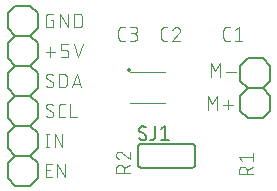
<source format=gbr>
G04 EAGLE Gerber RS-274X export*
G75*
%MOMM*%
%FSLAX34Y34*%
%LPD*%
%INSilkscreen Top*%
%IPPOS*%
%AMOC8*
5,1,8,0,0,1.08239X$1,22.5*%
G01*
%ADD10C,0.101600*%
%ADD11C,0.152400*%
%ADD12C,0.127000*%
%ADD13C,0.100000*%


D10*
X53312Y150509D02*
X55259Y150509D01*
X55259Y144018D01*
X51364Y144018D01*
X51265Y144020D01*
X51165Y144026D01*
X51066Y144035D01*
X50968Y144048D01*
X50870Y144065D01*
X50772Y144086D01*
X50676Y144111D01*
X50581Y144139D01*
X50487Y144171D01*
X50394Y144206D01*
X50302Y144245D01*
X50212Y144288D01*
X50124Y144333D01*
X50037Y144383D01*
X49953Y144435D01*
X49870Y144491D01*
X49790Y144549D01*
X49712Y144611D01*
X49637Y144676D01*
X49564Y144744D01*
X49494Y144814D01*
X49426Y144887D01*
X49361Y144962D01*
X49299Y145040D01*
X49241Y145120D01*
X49185Y145203D01*
X49133Y145287D01*
X49083Y145374D01*
X49038Y145462D01*
X48995Y145552D01*
X48956Y145644D01*
X48921Y145737D01*
X48889Y145831D01*
X48861Y145926D01*
X48836Y146022D01*
X48815Y146120D01*
X48798Y146218D01*
X48785Y146316D01*
X48776Y146415D01*
X48770Y146515D01*
X48768Y146614D01*
X48768Y153106D01*
X48770Y153205D01*
X48776Y153305D01*
X48785Y153404D01*
X48798Y153502D01*
X48815Y153600D01*
X48836Y153698D01*
X48861Y153794D01*
X48889Y153889D01*
X48921Y153983D01*
X48956Y154076D01*
X48995Y154168D01*
X49038Y154258D01*
X49083Y154346D01*
X49133Y154433D01*
X49185Y154517D01*
X49241Y154600D01*
X49299Y154680D01*
X49361Y154758D01*
X49426Y154833D01*
X49494Y154906D01*
X49564Y154976D01*
X49637Y155044D01*
X49712Y155109D01*
X49790Y155171D01*
X49870Y155229D01*
X49953Y155285D01*
X50037Y155337D01*
X50124Y155387D01*
X50212Y155432D01*
X50302Y155475D01*
X50394Y155514D01*
X50486Y155549D01*
X50581Y155581D01*
X50676Y155609D01*
X50772Y155634D01*
X50870Y155655D01*
X50968Y155672D01*
X51066Y155685D01*
X51165Y155694D01*
X51265Y155700D01*
X51364Y155702D01*
X55259Y155702D01*
X60960Y155702D02*
X60960Y144018D01*
X67451Y144018D02*
X60960Y155702D01*
X67451Y155702D02*
X67451Y144018D01*
X73152Y144018D02*
X73152Y155702D01*
X76397Y155702D01*
X76510Y155700D01*
X76623Y155694D01*
X76736Y155684D01*
X76849Y155670D01*
X76961Y155653D01*
X77072Y155631D01*
X77182Y155606D01*
X77292Y155576D01*
X77400Y155543D01*
X77507Y155506D01*
X77613Y155466D01*
X77717Y155421D01*
X77820Y155373D01*
X77921Y155322D01*
X78020Y155267D01*
X78117Y155209D01*
X78212Y155147D01*
X78305Y155082D01*
X78395Y155014D01*
X78483Y154943D01*
X78569Y154868D01*
X78652Y154791D01*
X78732Y154711D01*
X78809Y154628D01*
X78884Y154542D01*
X78955Y154454D01*
X79023Y154364D01*
X79088Y154271D01*
X79150Y154176D01*
X79208Y154079D01*
X79263Y153980D01*
X79314Y153879D01*
X79362Y153776D01*
X79407Y153672D01*
X79447Y153566D01*
X79484Y153459D01*
X79517Y153351D01*
X79547Y153241D01*
X79572Y153131D01*
X79594Y153020D01*
X79611Y152908D01*
X79625Y152795D01*
X79635Y152682D01*
X79641Y152569D01*
X79643Y152456D01*
X79643Y147264D01*
X79644Y147264D02*
X79642Y147151D01*
X79636Y147038D01*
X79626Y146925D01*
X79612Y146812D01*
X79595Y146700D01*
X79573Y146589D01*
X79548Y146479D01*
X79518Y146369D01*
X79485Y146261D01*
X79448Y146154D01*
X79408Y146048D01*
X79363Y145944D01*
X79315Y145841D01*
X79264Y145740D01*
X79209Y145641D01*
X79151Y145544D01*
X79089Y145449D01*
X79024Y145356D01*
X78956Y145266D01*
X78885Y145178D01*
X78810Y145092D01*
X78733Y145009D01*
X78653Y144929D01*
X78570Y144852D01*
X78484Y144777D01*
X78396Y144706D01*
X78306Y144638D01*
X78213Y144573D01*
X78118Y144511D01*
X78021Y144453D01*
X77922Y144398D01*
X77821Y144347D01*
X77718Y144299D01*
X77614Y144254D01*
X77508Y144214D01*
X77401Y144177D01*
X77293Y144144D01*
X77183Y144114D01*
X77073Y144089D01*
X76962Y144067D01*
X76850Y144050D01*
X76737Y144036D01*
X76624Y144026D01*
X76511Y144020D01*
X76398Y144018D01*
X76397Y144018D02*
X73152Y144018D01*
X56557Y123162D02*
X48768Y123162D01*
X52663Y127056D02*
X52663Y119267D01*
X61609Y118618D02*
X65504Y118618D01*
X65603Y118620D01*
X65703Y118626D01*
X65802Y118635D01*
X65900Y118648D01*
X65998Y118665D01*
X66096Y118686D01*
X66192Y118711D01*
X66287Y118739D01*
X66381Y118771D01*
X66474Y118806D01*
X66566Y118845D01*
X66656Y118888D01*
X66744Y118933D01*
X66831Y118983D01*
X66915Y119035D01*
X66998Y119091D01*
X67078Y119149D01*
X67156Y119211D01*
X67231Y119276D01*
X67304Y119344D01*
X67374Y119414D01*
X67442Y119487D01*
X67507Y119562D01*
X67569Y119640D01*
X67627Y119720D01*
X67683Y119803D01*
X67735Y119887D01*
X67785Y119974D01*
X67830Y120062D01*
X67873Y120152D01*
X67912Y120244D01*
X67947Y120337D01*
X67979Y120431D01*
X68007Y120526D01*
X68032Y120622D01*
X68053Y120720D01*
X68070Y120818D01*
X68083Y120916D01*
X68092Y121015D01*
X68098Y121115D01*
X68100Y121214D01*
X68100Y122513D01*
X68098Y122612D01*
X68092Y122712D01*
X68083Y122811D01*
X68070Y122909D01*
X68053Y123007D01*
X68032Y123105D01*
X68007Y123201D01*
X67979Y123296D01*
X67947Y123390D01*
X67912Y123483D01*
X67873Y123575D01*
X67830Y123665D01*
X67785Y123753D01*
X67735Y123840D01*
X67683Y123924D01*
X67627Y124007D01*
X67569Y124087D01*
X67507Y124165D01*
X67442Y124240D01*
X67374Y124313D01*
X67304Y124383D01*
X67231Y124451D01*
X67156Y124516D01*
X67078Y124578D01*
X66998Y124636D01*
X66915Y124692D01*
X66831Y124744D01*
X66744Y124794D01*
X66656Y124839D01*
X66566Y124882D01*
X66474Y124921D01*
X66381Y124956D01*
X66287Y124988D01*
X66192Y125016D01*
X66096Y125041D01*
X65998Y125062D01*
X65900Y125079D01*
X65802Y125092D01*
X65703Y125101D01*
X65603Y125107D01*
X65504Y125109D01*
X61609Y125109D01*
X61609Y130302D01*
X68100Y130302D01*
X72390Y130302D02*
X76285Y118618D01*
X80179Y130302D01*
X55259Y95814D02*
X55257Y95715D01*
X55251Y95615D01*
X55242Y95516D01*
X55229Y95418D01*
X55212Y95320D01*
X55191Y95222D01*
X55166Y95126D01*
X55138Y95031D01*
X55106Y94937D01*
X55071Y94844D01*
X55032Y94752D01*
X54989Y94662D01*
X54944Y94574D01*
X54894Y94487D01*
X54842Y94403D01*
X54786Y94320D01*
X54728Y94240D01*
X54666Y94162D01*
X54601Y94087D01*
X54533Y94014D01*
X54463Y93944D01*
X54390Y93876D01*
X54315Y93811D01*
X54237Y93749D01*
X54157Y93691D01*
X54074Y93635D01*
X53990Y93583D01*
X53903Y93533D01*
X53815Y93488D01*
X53725Y93445D01*
X53633Y93406D01*
X53540Y93371D01*
X53446Y93339D01*
X53351Y93311D01*
X53255Y93286D01*
X53157Y93265D01*
X53059Y93248D01*
X52961Y93235D01*
X52862Y93226D01*
X52762Y93220D01*
X52663Y93218D01*
X52519Y93220D01*
X52374Y93226D01*
X52230Y93235D01*
X52087Y93248D01*
X51943Y93265D01*
X51800Y93286D01*
X51658Y93311D01*
X51517Y93339D01*
X51376Y93371D01*
X51236Y93407D01*
X51097Y93446D01*
X50959Y93489D01*
X50823Y93536D01*
X50687Y93586D01*
X50553Y93640D01*
X50421Y93697D01*
X50290Y93758D01*
X50161Y93822D01*
X50033Y93890D01*
X49907Y93960D01*
X49783Y94035D01*
X49662Y94112D01*
X49542Y94193D01*
X49424Y94276D01*
X49309Y94363D01*
X49196Y94453D01*
X49085Y94546D01*
X48977Y94641D01*
X48871Y94740D01*
X48768Y94841D01*
X49093Y102306D02*
X49095Y102405D01*
X49101Y102505D01*
X49110Y102604D01*
X49123Y102702D01*
X49140Y102800D01*
X49161Y102898D01*
X49186Y102994D01*
X49214Y103089D01*
X49246Y103183D01*
X49281Y103276D01*
X49320Y103368D01*
X49363Y103458D01*
X49408Y103546D01*
X49458Y103633D01*
X49510Y103717D01*
X49566Y103800D01*
X49624Y103880D01*
X49686Y103958D01*
X49751Y104033D01*
X49819Y104106D01*
X49889Y104176D01*
X49962Y104244D01*
X50037Y104309D01*
X50115Y104371D01*
X50195Y104429D01*
X50278Y104485D01*
X50362Y104537D01*
X50449Y104587D01*
X50537Y104632D01*
X50627Y104675D01*
X50719Y104714D01*
X50812Y104749D01*
X50906Y104781D01*
X51001Y104809D01*
X51098Y104834D01*
X51195Y104855D01*
X51293Y104872D01*
X51391Y104885D01*
X51490Y104894D01*
X51590Y104900D01*
X51689Y104902D01*
X51825Y104900D01*
X51961Y104894D01*
X52097Y104885D01*
X52233Y104872D01*
X52368Y104854D01*
X52502Y104834D01*
X52636Y104809D01*
X52770Y104781D01*
X52902Y104748D01*
X53033Y104713D01*
X53164Y104673D01*
X53293Y104630D01*
X53421Y104584D01*
X53547Y104533D01*
X53673Y104480D01*
X53796Y104422D01*
X53918Y104362D01*
X54038Y104298D01*
X54157Y104230D01*
X54273Y104160D01*
X54387Y104086D01*
X54500Y104009D01*
X54610Y103928D01*
X50391Y100034D02*
X50305Y100087D01*
X50221Y100144D01*
X50139Y100203D01*
X50059Y100266D01*
X49982Y100332D01*
X49907Y100400D01*
X49835Y100472D01*
X49766Y100546D01*
X49700Y100623D01*
X49637Y100702D01*
X49577Y100784D01*
X49520Y100868D01*
X49466Y100954D01*
X49416Y101042D01*
X49369Y101132D01*
X49325Y101223D01*
X49286Y101317D01*
X49249Y101411D01*
X49217Y101507D01*
X49188Y101605D01*
X49163Y101703D01*
X49142Y101802D01*
X49124Y101902D01*
X49111Y102002D01*
X49101Y102103D01*
X49095Y102205D01*
X49093Y102306D01*
X53961Y98086D02*
X54047Y98033D01*
X54131Y97976D01*
X54213Y97917D01*
X54293Y97854D01*
X54370Y97788D01*
X54445Y97720D01*
X54517Y97648D01*
X54586Y97574D01*
X54652Y97497D01*
X54715Y97418D01*
X54775Y97336D01*
X54832Y97252D01*
X54886Y97166D01*
X54936Y97078D01*
X54983Y96988D01*
X55027Y96897D01*
X55066Y96803D01*
X55103Y96709D01*
X55135Y96613D01*
X55164Y96515D01*
X55189Y96417D01*
X55210Y96318D01*
X55228Y96218D01*
X55241Y96118D01*
X55251Y96017D01*
X55257Y95915D01*
X55259Y95814D01*
X53961Y98086D02*
X50391Y100034D01*
X60198Y104902D02*
X60198Y93218D01*
X60198Y104902D02*
X63444Y104902D01*
X63557Y104900D01*
X63670Y104894D01*
X63783Y104884D01*
X63896Y104870D01*
X64008Y104853D01*
X64119Y104831D01*
X64229Y104806D01*
X64339Y104776D01*
X64447Y104743D01*
X64554Y104706D01*
X64660Y104666D01*
X64764Y104621D01*
X64867Y104573D01*
X64968Y104522D01*
X65067Y104467D01*
X65164Y104409D01*
X65259Y104347D01*
X65352Y104282D01*
X65442Y104214D01*
X65530Y104143D01*
X65616Y104068D01*
X65699Y103991D01*
X65779Y103911D01*
X65856Y103828D01*
X65931Y103742D01*
X66002Y103654D01*
X66070Y103564D01*
X66135Y103471D01*
X66197Y103376D01*
X66255Y103279D01*
X66310Y103180D01*
X66361Y103079D01*
X66409Y102976D01*
X66454Y102872D01*
X66494Y102766D01*
X66531Y102659D01*
X66564Y102551D01*
X66594Y102441D01*
X66619Y102331D01*
X66641Y102220D01*
X66658Y102108D01*
X66672Y101995D01*
X66682Y101882D01*
X66688Y101769D01*
X66690Y101656D01*
X66689Y101656D02*
X66689Y96464D01*
X66690Y96464D02*
X66688Y96351D01*
X66682Y96238D01*
X66672Y96125D01*
X66658Y96012D01*
X66641Y95900D01*
X66619Y95789D01*
X66594Y95679D01*
X66564Y95569D01*
X66531Y95461D01*
X66494Y95354D01*
X66454Y95248D01*
X66409Y95144D01*
X66361Y95041D01*
X66310Y94940D01*
X66255Y94841D01*
X66197Y94744D01*
X66135Y94649D01*
X66070Y94556D01*
X66002Y94466D01*
X65931Y94378D01*
X65856Y94292D01*
X65779Y94209D01*
X65699Y94129D01*
X65616Y94052D01*
X65530Y93977D01*
X65442Y93906D01*
X65352Y93838D01*
X65259Y93773D01*
X65164Y93711D01*
X65067Y93653D01*
X64968Y93598D01*
X64867Y93547D01*
X64764Y93499D01*
X64660Y93454D01*
X64554Y93414D01*
X64447Y93377D01*
X64339Y93344D01*
X64229Y93314D01*
X64119Y93289D01*
X64008Y93267D01*
X63896Y93250D01*
X63783Y93236D01*
X63670Y93226D01*
X63557Y93220D01*
X63444Y93218D01*
X60198Y93218D01*
X71360Y93218D02*
X75255Y104902D01*
X79149Y93218D01*
X78176Y96139D02*
X72334Y96139D01*
X55259Y70414D02*
X55257Y70315D01*
X55251Y70215D01*
X55242Y70116D01*
X55229Y70018D01*
X55212Y69920D01*
X55191Y69822D01*
X55166Y69726D01*
X55138Y69631D01*
X55106Y69537D01*
X55071Y69444D01*
X55032Y69352D01*
X54989Y69262D01*
X54944Y69174D01*
X54894Y69087D01*
X54842Y69003D01*
X54786Y68920D01*
X54728Y68840D01*
X54666Y68762D01*
X54601Y68687D01*
X54533Y68614D01*
X54463Y68544D01*
X54390Y68476D01*
X54315Y68411D01*
X54237Y68349D01*
X54157Y68291D01*
X54074Y68235D01*
X53990Y68183D01*
X53903Y68133D01*
X53815Y68088D01*
X53725Y68045D01*
X53633Y68006D01*
X53540Y67971D01*
X53446Y67939D01*
X53351Y67911D01*
X53255Y67886D01*
X53157Y67865D01*
X53059Y67848D01*
X52961Y67835D01*
X52862Y67826D01*
X52762Y67820D01*
X52663Y67818D01*
X52519Y67820D01*
X52374Y67826D01*
X52230Y67835D01*
X52087Y67848D01*
X51943Y67865D01*
X51800Y67886D01*
X51658Y67911D01*
X51517Y67939D01*
X51376Y67971D01*
X51236Y68007D01*
X51097Y68046D01*
X50959Y68089D01*
X50823Y68136D01*
X50687Y68186D01*
X50553Y68240D01*
X50421Y68297D01*
X50290Y68358D01*
X50161Y68422D01*
X50033Y68490D01*
X49907Y68560D01*
X49783Y68635D01*
X49662Y68712D01*
X49542Y68793D01*
X49424Y68876D01*
X49309Y68963D01*
X49196Y69053D01*
X49085Y69146D01*
X48977Y69241D01*
X48871Y69340D01*
X48768Y69441D01*
X49093Y76906D02*
X49095Y77005D01*
X49101Y77105D01*
X49110Y77204D01*
X49123Y77302D01*
X49140Y77400D01*
X49161Y77498D01*
X49186Y77594D01*
X49214Y77689D01*
X49246Y77783D01*
X49281Y77876D01*
X49320Y77968D01*
X49363Y78058D01*
X49408Y78146D01*
X49458Y78233D01*
X49510Y78317D01*
X49566Y78400D01*
X49624Y78480D01*
X49686Y78558D01*
X49751Y78633D01*
X49819Y78706D01*
X49889Y78776D01*
X49962Y78844D01*
X50037Y78909D01*
X50115Y78971D01*
X50195Y79029D01*
X50278Y79085D01*
X50362Y79137D01*
X50449Y79187D01*
X50537Y79232D01*
X50627Y79275D01*
X50719Y79314D01*
X50812Y79349D01*
X50906Y79381D01*
X51001Y79409D01*
X51098Y79434D01*
X51195Y79455D01*
X51293Y79472D01*
X51391Y79485D01*
X51490Y79494D01*
X51590Y79500D01*
X51689Y79502D01*
X51825Y79500D01*
X51961Y79494D01*
X52097Y79485D01*
X52233Y79472D01*
X52368Y79454D01*
X52502Y79434D01*
X52636Y79409D01*
X52770Y79381D01*
X52902Y79348D01*
X53033Y79313D01*
X53164Y79273D01*
X53293Y79230D01*
X53421Y79184D01*
X53547Y79133D01*
X53673Y79080D01*
X53796Y79022D01*
X53918Y78962D01*
X54038Y78898D01*
X54157Y78830D01*
X54273Y78760D01*
X54387Y78686D01*
X54500Y78609D01*
X54610Y78528D01*
X50391Y74634D02*
X50305Y74687D01*
X50221Y74744D01*
X50139Y74803D01*
X50059Y74866D01*
X49982Y74932D01*
X49907Y75000D01*
X49835Y75072D01*
X49766Y75146D01*
X49700Y75223D01*
X49637Y75302D01*
X49577Y75384D01*
X49520Y75468D01*
X49466Y75554D01*
X49416Y75642D01*
X49369Y75732D01*
X49325Y75823D01*
X49286Y75917D01*
X49249Y76011D01*
X49217Y76107D01*
X49188Y76205D01*
X49163Y76303D01*
X49142Y76402D01*
X49124Y76502D01*
X49111Y76602D01*
X49101Y76703D01*
X49095Y76805D01*
X49093Y76906D01*
X53961Y72686D02*
X54047Y72633D01*
X54131Y72576D01*
X54213Y72517D01*
X54293Y72454D01*
X54370Y72388D01*
X54445Y72320D01*
X54517Y72248D01*
X54586Y72174D01*
X54652Y72097D01*
X54715Y72018D01*
X54775Y71936D01*
X54832Y71852D01*
X54886Y71766D01*
X54936Y71678D01*
X54983Y71588D01*
X55027Y71497D01*
X55066Y71403D01*
X55103Y71309D01*
X55135Y71213D01*
X55164Y71115D01*
X55189Y71017D01*
X55210Y70918D01*
X55228Y70818D01*
X55241Y70718D01*
X55251Y70617D01*
X55257Y70515D01*
X55259Y70414D01*
X53961Y72686D02*
X50391Y74634D01*
X62380Y67818D02*
X64977Y67818D01*
X62380Y67818D02*
X62281Y67820D01*
X62181Y67826D01*
X62082Y67835D01*
X61984Y67848D01*
X61886Y67865D01*
X61788Y67886D01*
X61692Y67911D01*
X61597Y67939D01*
X61503Y67971D01*
X61410Y68006D01*
X61318Y68045D01*
X61228Y68088D01*
X61140Y68133D01*
X61053Y68183D01*
X60969Y68235D01*
X60886Y68291D01*
X60806Y68349D01*
X60728Y68411D01*
X60653Y68476D01*
X60580Y68544D01*
X60510Y68614D01*
X60442Y68687D01*
X60377Y68762D01*
X60315Y68840D01*
X60257Y68920D01*
X60201Y69003D01*
X60149Y69087D01*
X60099Y69174D01*
X60054Y69262D01*
X60011Y69352D01*
X59972Y69444D01*
X59937Y69537D01*
X59905Y69631D01*
X59877Y69726D01*
X59852Y69822D01*
X59831Y69920D01*
X59814Y70018D01*
X59801Y70116D01*
X59792Y70215D01*
X59786Y70315D01*
X59784Y70414D01*
X59784Y76906D01*
X59786Y77005D01*
X59792Y77105D01*
X59801Y77204D01*
X59814Y77302D01*
X59831Y77400D01*
X59852Y77498D01*
X59877Y77594D01*
X59905Y77689D01*
X59937Y77783D01*
X59972Y77876D01*
X60011Y77968D01*
X60054Y78058D01*
X60099Y78146D01*
X60149Y78233D01*
X60201Y78317D01*
X60257Y78400D01*
X60315Y78480D01*
X60377Y78558D01*
X60442Y78633D01*
X60510Y78706D01*
X60580Y78776D01*
X60653Y78844D01*
X60728Y78909D01*
X60806Y78971D01*
X60886Y79029D01*
X60969Y79085D01*
X61053Y79137D01*
X61140Y79187D01*
X61228Y79232D01*
X61318Y79275D01*
X61410Y79314D01*
X61502Y79349D01*
X61597Y79381D01*
X61692Y79409D01*
X61788Y79434D01*
X61886Y79455D01*
X61984Y79472D01*
X62082Y79485D01*
X62181Y79494D01*
X62281Y79500D01*
X62380Y79502D01*
X64977Y79502D01*
X69746Y79502D02*
X69746Y67818D01*
X74938Y67818D01*
X50066Y54102D02*
X50066Y42418D01*
X48768Y42418D02*
X51364Y42418D01*
X51364Y54102D02*
X48768Y54102D01*
X56346Y54102D02*
X56346Y42418D01*
X62837Y42418D02*
X56346Y54102D01*
X62837Y54102D02*
X62837Y42418D01*
X53961Y17018D02*
X48768Y17018D01*
X48768Y28702D01*
X53961Y28702D01*
X52663Y23509D02*
X48768Y23509D01*
X58651Y28702D02*
X58651Y17018D01*
X65143Y17018D02*
X58651Y28702D01*
X65143Y28702D02*
X65143Y17018D01*
X185928Y74168D02*
X185928Y85852D01*
X189823Y79361D01*
X193717Y85852D01*
X193717Y74168D01*
X199263Y78712D02*
X207052Y78712D01*
X203158Y82606D02*
X203158Y74817D01*
X188468Y102108D02*
X188468Y113792D01*
X192363Y107301D01*
X196257Y113792D01*
X196257Y102108D01*
X201803Y106652D02*
X209592Y106652D01*
X204536Y132588D02*
X201939Y132588D01*
X201840Y132590D01*
X201740Y132596D01*
X201641Y132605D01*
X201543Y132618D01*
X201445Y132635D01*
X201347Y132656D01*
X201251Y132681D01*
X201156Y132709D01*
X201062Y132741D01*
X200969Y132776D01*
X200877Y132815D01*
X200787Y132858D01*
X200699Y132903D01*
X200612Y132953D01*
X200528Y133005D01*
X200445Y133061D01*
X200365Y133119D01*
X200287Y133181D01*
X200212Y133246D01*
X200139Y133314D01*
X200069Y133384D01*
X200001Y133457D01*
X199936Y133532D01*
X199874Y133610D01*
X199816Y133690D01*
X199760Y133773D01*
X199708Y133857D01*
X199658Y133944D01*
X199613Y134032D01*
X199570Y134122D01*
X199531Y134214D01*
X199496Y134307D01*
X199464Y134401D01*
X199436Y134496D01*
X199411Y134592D01*
X199390Y134690D01*
X199373Y134788D01*
X199360Y134886D01*
X199351Y134985D01*
X199345Y135085D01*
X199343Y135184D01*
X199343Y141676D01*
X199345Y141775D01*
X199351Y141875D01*
X199360Y141974D01*
X199373Y142072D01*
X199390Y142170D01*
X199411Y142268D01*
X199436Y142364D01*
X199464Y142459D01*
X199496Y142553D01*
X199531Y142646D01*
X199570Y142738D01*
X199613Y142828D01*
X199658Y142916D01*
X199708Y143003D01*
X199760Y143087D01*
X199816Y143170D01*
X199874Y143250D01*
X199936Y143328D01*
X200001Y143403D01*
X200069Y143476D01*
X200139Y143546D01*
X200212Y143614D01*
X200287Y143679D01*
X200365Y143741D01*
X200445Y143799D01*
X200528Y143855D01*
X200612Y143907D01*
X200699Y143957D01*
X200787Y144002D01*
X200877Y144045D01*
X200969Y144084D01*
X201061Y144119D01*
X201156Y144151D01*
X201251Y144179D01*
X201347Y144204D01*
X201445Y144225D01*
X201543Y144242D01*
X201641Y144255D01*
X201740Y144264D01*
X201840Y144270D01*
X201939Y144272D01*
X204536Y144272D01*
X208901Y141676D02*
X212146Y144272D01*
X212146Y132588D01*
X208901Y132588D02*
X215392Y132588D01*
X151751Y132588D02*
X149154Y132588D01*
X149055Y132590D01*
X148955Y132596D01*
X148856Y132605D01*
X148758Y132618D01*
X148660Y132635D01*
X148562Y132656D01*
X148466Y132681D01*
X148371Y132709D01*
X148277Y132741D01*
X148184Y132776D01*
X148092Y132815D01*
X148002Y132858D01*
X147914Y132903D01*
X147827Y132953D01*
X147743Y133005D01*
X147660Y133061D01*
X147580Y133119D01*
X147502Y133181D01*
X147427Y133246D01*
X147354Y133314D01*
X147284Y133384D01*
X147216Y133457D01*
X147151Y133532D01*
X147089Y133610D01*
X147031Y133690D01*
X146975Y133773D01*
X146923Y133857D01*
X146873Y133944D01*
X146828Y134032D01*
X146785Y134122D01*
X146746Y134214D01*
X146711Y134307D01*
X146679Y134401D01*
X146651Y134496D01*
X146626Y134592D01*
X146605Y134690D01*
X146588Y134788D01*
X146575Y134886D01*
X146566Y134985D01*
X146560Y135085D01*
X146558Y135184D01*
X146558Y141676D01*
X146560Y141775D01*
X146566Y141875D01*
X146575Y141974D01*
X146588Y142072D01*
X146605Y142170D01*
X146626Y142268D01*
X146651Y142364D01*
X146679Y142459D01*
X146711Y142553D01*
X146746Y142646D01*
X146785Y142738D01*
X146828Y142828D01*
X146873Y142916D01*
X146923Y143003D01*
X146975Y143087D01*
X147031Y143170D01*
X147089Y143250D01*
X147151Y143328D01*
X147216Y143403D01*
X147284Y143476D01*
X147354Y143546D01*
X147427Y143614D01*
X147502Y143679D01*
X147580Y143741D01*
X147660Y143799D01*
X147743Y143855D01*
X147827Y143907D01*
X147914Y143957D01*
X148002Y144002D01*
X148092Y144045D01*
X148184Y144084D01*
X148276Y144119D01*
X148371Y144151D01*
X148466Y144179D01*
X148562Y144204D01*
X148660Y144225D01*
X148758Y144242D01*
X148856Y144255D01*
X148955Y144264D01*
X149055Y144270D01*
X149154Y144272D01*
X151751Y144272D01*
X159686Y144272D02*
X159793Y144270D01*
X159899Y144264D01*
X160005Y144254D01*
X160111Y144241D01*
X160217Y144223D01*
X160321Y144202D01*
X160425Y144177D01*
X160528Y144148D01*
X160629Y144116D01*
X160729Y144079D01*
X160828Y144039D01*
X160926Y143996D01*
X161022Y143949D01*
X161116Y143898D01*
X161208Y143844D01*
X161298Y143787D01*
X161386Y143727D01*
X161471Y143663D01*
X161554Y143596D01*
X161635Y143526D01*
X161713Y143454D01*
X161789Y143378D01*
X161861Y143300D01*
X161931Y143219D01*
X161998Y143136D01*
X162062Y143051D01*
X162122Y142963D01*
X162179Y142873D01*
X162233Y142781D01*
X162284Y142687D01*
X162331Y142591D01*
X162374Y142493D01*
X162414Y142394D01*
X162451Y142294D01*
X162483Y142193D01*
X162512Y142090D01*
X162537Y141986D01*
X162558Y141882D01*
X162576Y141776D01*
X162589Y141670D01*
X162599Y141564D01*
X162605Y141458D01*
X162607Y141351D01*
X159686Y144272D02*
X159565Y144270D01*
X159444Y144264D01*
X159324Y144254D01*
X159203Y144241D01*
X159084Y144223D01*
X158964Y144202D01*
X158846Y144177D01*
X158729Y144148D01*
X158612Y144115D01*
X158497Y144079D01*
X158383Y144038D01*
X158270Y143995D01*
X158158Y143947D01*
X158049Y143896D01*
X157941Y143841D01*
X157834Y143783D01*
X157730Y143722D01*
X157628Y143657D01*
X157528Y143589D01*
X157430Y143518D01*
X157334Y143444D01*
X157241Y143367D01*
X157151Y143286D01*
X157063Y143203D01*
X156978Y143117D01*
X156895Y143028D01*
X156816Y142937D01*
X156739Y142843D01*
X156666Y142747D01*
X156596Y142649D01*
X156529Y142548D01*
X156465Y142445D01*
X156405Y142340D01*
X156348Y142233D01*
X156294Y142125D01*
X156244Y142015D01*
X156198Y141903D01*
X156155Y141790D01*
X156116Y141675D01*
X161634Y139079D02*
X161713Y139156D01*
X161789Y139237D01*
X161862Y139320D01*
X161932Y139405D01*
X161999Y139493D01*
X162063Y139583D01*
X162123Y139675D01*
X162180Y139770D01*
X162234Y139866D01*
X162285Y139964D01*
X162332Y140064D01*
X162376Y140166D01*
X162416Y140269D01*
X162452Y140373D01*
X162484Y140479D01*
X162513Y140585D01*
X162538Y140693D01*
X162560Y140801D01*
X162577Y140911D01*
X162591Y141020D01*
X162600Y141130D01*
X162606Y141241D01*
X162608Y141351D01*
X161634Y139079D02*
X156116Y132588D01*
X162607Y132588D01*
D11*
X238760Y111760D02*
X238760Y99060D01*
X232410Y92710D01*
X219710Y92710D01*
X213360Y99060D01*
X219710Y118110D02*
X232410Y118110D01*
X238760Y111760D01*
X219710Y118110D02*
X213360Y111760D01*
X213360Y99060D01*
X232410Y92710D02*
X238760Y86360D01*
X238760Y73660D01*
X232410Y67310D01*
X219710Y67310D01*
X213360Y73660D01*
X213360Y86360D01*
X219710Y92710D01*
X16510Y92710D02*
X16510Y105410D01*
X22860Y111760D01*
X35560Y111760D01*
X41910Y105410D01*
X22860Y111760D02*
X16510Y118110D01*
X16510Y130810D01*
X22860Y137160D01*
X35560Y137160D01*
X41910Y130810D01*
X41910Y118110D01*
X35560Y111760D01*
X16510Y67310D02*
X22860Y60960D01*
X16510Y67310D02*
X16510Y80010D01*
X22860Y86360D01*
X35560Y86360D01*
X41910Y80010D01*
X41910Y67310D01*
X35560Y60960D01*
X22860Y86360D02*
X16510Y92710D01*
X35560Y86360D02*
X41910Y92710D01*
X41910Y105410D01*
X16510Y29210D02*
X16510Y16510D01*
X16510Y29210D02*
X22860Y35560D01*
X35560Y35560D01*
X41910Y29210D01*
X22860Y35560D02*
X16510Y41910D01*
X16510Y54610D01*
X22860Y60960D01*
X35560Y60960D01*
X41910Y54610D01*
X41910Y41910D01*
X35560Y35560D01*
X35560Y10160D02*
X22860Y10160D01*
X16510Y16510D01*
X35560Y10160D02*
X41910Y16510D01*
X41910Y29210D01*
X16510Y143510D02*
X16510Y156210D01*
X22860Y162560D01*
X35560Y162560D01*
X41910Y156210D01*
X22860Y137160D02*
X16510Y143510D01*
X35560Y137160D02*
X41910Y143510D01*
X41910Y156210D01*
D10*
X212598Y19745D02*
X224282Y19745D01*
X212598Y19745D02*
X212598Y22990D01*
X212600Y23103D01*
X212606Y23216D01*
X212616Y23329D01*
X212630Y23442D01*
X212647Y23554D01*
X212669Y23665D01*
X212694Y23775D01*
X212724Y23885D01*
X212757Y23993D01*
X212794Y24100D01*
X212834Y24206D01*
X212879Y24310D01*
X212927Y24413D01*
X212978Y24514D01*
X213033Y24613D01*
X213091Y24710D01*
X213153Y24805D01*
X213218Y24898D01*
X213286Y24988D01*
X213357Y25076D01*
X213432Y25162D01*
X213509Y25245D01*
X213589Y25325D01*
X213672Y25402D01*
X213758Y25477D01*
X213846Y25548D01*
X213936Y25616D01*
X214029Y25681D01*
X214124Y25743D01*
X214221Y25801D01*
X214320Y25856D01*
X214421Y25907D01*
X214524Y25955D01*
X214628Y26000D01*
X214734Y26040D01*
X214841Y26077D01*
X214949Y26110D01*
X215059Y26140D01*
X215169Y26165D01*
X215280Y26187D01*
X215392Y26204D01*
X215505Y26218D01*
X215618Y26228D01*
X215731Y26234D01*
X215844Y26236D01*
X215957Y26234D01*
X216070Y26228D01*
X216183Y26218D01*
X216296Y26204D01*
X216408Y26187D01*
X216519Y26165D01*
X216629Y26140D01*
X216739Y26110D01*
X216847Y26077D01*
X216954Y26040D01*
X217060Y26000D01*
X217164Y25955D01*
X217267Y25907D01*
X217368Y25856D01*
X217467Y25801D01*
X217564Y25743D01*
X217659Y25681D01*
X217752Y25616D01*
X217842Y25548D01*
X217930Y25477D01*
X218016Y25402D01*
X218099Y25325D01*
X218179Y25245D01*
X218256Y25162D01*
X218331Y25076D01*
X218402Y24988D01*
X218470Y24898D01*
X218535Y24805D01*
X218597Y24710D01*
X218655Y24613D01*
X218710Y24514D01*
X218761Y24413D01*
X218809Y24310D01*
X218854Y24206D01*
X218894Y24100D01*
X218931Y23993D01*
X218964Y23885D01*
X218994Y23775D01*
X219019Y23665D01*
X219041Y23554D01*
X219058Y23442D01*
X219072Y23329D01*
X219082Y23216D01*
X219088Y23103D01*
X219090Y22990D01*
X219089Y22990D02*
X219089Y19745D01*
X219089Y23639D02*
X224282Y26236D01*
X215194Y31101D02*
X212598Y34346D01*
X224282Y34346D01*
X224282Y31101D02*
X224282Y37592D01*
X120142Y21015D02*
X108458Y21015D01*
X108458Y24260D01*
X108460Y24373D01*
X108466Y24486D01*
X108476Y24599D01*
X108490Y24712D01*
X108507Y24824D01*
X108529Y24935D01*
X108554Y25045D01*
X108584Y25155D01*
X108617Y25263D01*
X108654Y25370D01*
X108694Y25476D01*
X108739Y25580D01*
X108787Y25683D01*
X108838Y25784D01*
X108893Y25883D01*
X108951Y25980D01*
X109013Y26075D01*
X109078Y26168D01*
X109146Y26258D01*
X109217Y26346D01*
X109292Y26432D01*
X109369Y26515D01*
X109449Y26595D01*
X109532Y26672D01*
X109618Y26747D01*
X109706Y26818D01*
X109796Y26886D01*
X109889Y26951D01*
X109984Y27013D01*
X110081Y27071D01*
X110180Y27126D01*
X110281Y27177D01*
X110384Y27225D01*
X110488Y27270D01*
X110594Y27310D01*
X110701Y27347D01*
X110809Y27380D01*
X110919Y27410D01*
X111029Y27435D01*
X111140Y27457D01*
X111252Y27474D01*
X111365Y27488D01*
X111478Y27498D01*
X111591Y27504D01*
X111704Y27506D01*
X111817Y27504D01*
X111930Y27498D01*
X112043Y27488D01*
X112156Y27474D01*
X112268Y27457D01*
X112379Y27435D01*
X112489Y27410D01*
X112599Y27380D01*
X112707Y27347D01*
X112814Y27310D01*
X112920Y27270D01*
X113024Y27225D01*
X113127Y27177D01*
X113228Y27126D01*
X113327Y27071D01*
X113424Y27013D01*
X113519Y26951D01*
X113612Y26886D01*
X113702Y26818D01*
X113790Y26747D01*
X113876Y26672D01*
X113959Y26595D01*
X114039Y26515D01*
X114116Y26432D01*
X114191Y26346D01*
X114262Y26258D01*
X114330Y26168D01*
X114395Y26075D01*
X114457Y25980D01*
X114515Y25883D01*
X114570Y25784D01*
X114621Y25683D01*
X114669Y25580D01*
X114714Y25476D01*
X114754Y25370D01*
X114791Y25263D01*
X114824Y25155D01*
X114854Y25045D01*
X114879Y24935D01*
X114901Y24824D01*
X114918Y24712D01*
X114932Y24599D01*
X114942Y24486D01*
X114948Y24373D01*
X114950Y24260D01*
X114949Y24260D02*
X114949Y21015D01*
X114949Y24909D02*
X120142Y27506D01*
X111379Y38862D02*
X111272Y38860D01*
X111166Y38854D01*
X111060Y38844D01*
X110954Y38831D01*
X110848Y38813D01*
X110744Y38792D01*
X110640Y38767D01*
X110537Y38738D01*
X110436Y38706D01*
X110336Y38669D01*
X110237Y38629D01*
X110139Y38586D01*
X110043Y38539D01*
X109949Y38488D01*
X109857Y38434D01*
X109767Y38377D01*
X109679Y38317D01*
X109594Y38253D01*
X109511Y38186D01*
X109430Y38116D01*
X109352Y38044D01*
X109276Y37968D01*
X109204Y37890D01*
X109134Y37809D01*
X109067Y37726D01*
X109003Y37641D01*
X108943Y37553D01*
X108886Y37463D01*
X108832Y37371D01*
X108781Y37277D01*
X108734Y37181D01*
X108691Y37083D01*
X108651Y36984D01*
X108614Y36884D01*
X108582Y36783D01*
X108553Y36680D01*
X108528Y36576D01*
X108507Y36472D01*
X108489Y36366D01*
X108476Y36260D01*
X108466Y36154D01*
X108460Y36048D01*
X108458Y35941D01*
X108460Y35820D01*
X108466Y35699D01*
X108476Y35579D01*
X108489Y35458D01*
X108507Y35339D01*
X108528Y35219D01*
X108553Y35101D01*
X108582Y34984D01*
X108615Y34867D01*
X108651Y34752D01*
X108692Y34638D01*
X108735Y34525D01*
X108783Y34413D01*
X108834Y34304D01*
X108889Y34196D01*
X108947Y34089D01*
X109008Y33985D01*
X109073Y33883D01*
X109141Y33783D01*
X109212Y33685D01*
X109286Y33589D01*
X109363Y33496D01*
X109444Y33406D01*
X109527Y33318D01*
X109613Y33233D01*
X109702Y33150D01*
X109793Y33071D01*
X109887Y32994D01*
X109983Y32921D01*
X110081Y32851D01*
X110182Y32784D01*
X110285Y32720D01*
X110390Y32660D01*
X110497Y32602D01*
X110605Y32549D01*
X110715Y32499D01*
X110827Y32453D01*
X110940Y32410D01*
X111055Y32371D01*
X113651Y37888D02*
X113573Y37967D01*
X113493Y38043D01*
X113410Y38116D01*
X113324Y38186D01*
X113237Y38253D01*
X113146Y38317D01*
X113054Y38377D01*
X112960Y38435D01*
X112863Y38489D01*
X112765Y38539D01*
X112665Y38586D01*
X112564Y38630D01*
X112461Y38670D01*
X112356Y38706D01*
X112251Y38738D01*
X112144Y38767D01*
X112037Y38792D01*
X111928Y38814D01*
X111819Y38831D01*
X111710Y38845D01*
X111600Y38854D01*
X111489Y38860D01*
X111379Y38862D01*
X113651Y37888D02*
X120142Y32371D01*
X120142Y38862D01*
D11*
X129540Y25400D02*
X172720Y25400D01*
X175260Y43180D02*
X175258Y43280D01*
X175252Y43379D01*
X175242Y43479D01*
X175229Y43577D01*
X175211Y43676D01*
X175190Y43773D01*
X175165Y43869D01*
X175136Y43965D01*
X175103Y44059D01*
X175067Y44152D01*
X175027Y44243D01*
X174983Y44333D01*
X174936Y44421D01*
X174886Y44507D01*
X174832Y44591D01*
X174775Y44673D01*
X174715Y44752D01*
X174651Y44830D01*
X174585Y44904D01*
X174516Y44976D01*
X174444Y45045D01*
X174370Y45111D01*
X174292Y45175D01*
X174213Y45235D01*
X174131Y45292D01*
X174047Y45346D01*
X173961Y45396D01*
X173873Y45443D01*
X173783Y45487D01*
X173692Y45527D01*
X173599Y45563D01*
X173505Y45596D01*
X173409Y45625D01*
X173313Y45650D01*
X173216Y45671D01*
X173117Y45689D01*
X173019Y45702D01*
X172919Y45712D01*
X172820Y45718D01*
X172720Y45720D01*
X129540Y45720D02*
X129440Y45718D01*
X129341Y45712D01*
X129241Y45702D01*
X129143Y45689D01*
X129044Y45671D01*
X128947Y45650D01*
X128851Y45625D01*
X128755Y45596D01*
X128661Y45563D01*
X128568Y45527D01*
X128477Y45487D01*
X128387Y45443D01*
X128299Y45396D01*
X128213Y45346D01*
X128129Y45292D01*
X128047Y45235D01*
X127968Y45175D01*
X127890Y45111D01*
X127816Y45045D01*
X127744Y44976D01*
X127675Y44904D01*
X127609Y44830D01*
X127545Y44752D01*
X127485Y44673D01*
X127428Y44591D01*
X127374Y44507D01*
X127324Y44421D01*
X127277Y44333D01*
X127233Y44243D01*
X127193Y44152D01*
X127157Y44059D01*
X127124Y43965D01*
X127095Y43869D01*
X127070Y43773D01*
X127049Y43676D01*
X127031Y43577D01*
X127018Y43479D01*
X127008Y43379D01*
X127002Y43280D01*
X127000Y43180D01*
X127000Y27940D02*
X127002Y27840D01*
X127008Y27741D01*
X127018Y27641D01*
X127031Y27543D01*
X127049Y27444D01*
X127070Y27347D01*
X127095Y27251D01*
X127124Y27155D01*
X127157Y27061D01*
X127193Y26968D01*
X127233Y26877D01*
X127277Y26787D01*
X127324Y26699D01*
X127374Y26613D01*
X127428Y26529D01*
X127485Y26447D01*
X127545Y26368D01*
X127609Y26290D01*
X127675Y26216D01*
X127744Y26144D01*
X127816Y26075D01*
X127890Y26009D01*
X127968Y25945D01*
X128047Y25885D01*
X128129Y25828D01*
X128213Y25774D01*
X128299Y25724D01*
X128387Y25677D01*
X128477Y25633D01*
X128568Y25593D01*
X128661Y25557D01*
X128755Y25524D01*
X128851Y25495D01*
X128947Y25470D01*
X129044Y25449D01*
X129143Y25431D01*
X129241Y25418D01*
X129341Y25408D01*
X129440Y25402D01*
X129540Y25400D01*
X172720Y25400D02*
X172820Y25402D01*
X172919Y25408D01*
X173019Y25418D01*
X173117Y25431D01*
X173216Y25449D01*
X173313Y25470D01*
X173409Y25495D01*
X173505Y25524D01*
X173599Y25557D01*
X173692Y25593D01*
X173783Y25633D01*
X173873Y25677D01*
X173961Y25724D01*
X174047Y25774D01*
X174131Y25828D01*
X174213Y25885D01*
X174292Y25945D01*
X174370Y26009D01*
X174444Y26075D01*
X174516Y26144D01*
X174585Y26216D01*
X174651Y26290D01*
X174715Y26368D01*
X174775Y26447D01*
X174832Y26529D01*
X174886Y26613D01*
X174936Y26699D01*
X174983Y26787D01*
X175027Y26877D01*
X175067Y26968D01*
X175103Y27061D01*
X175136Y27155D01*
X175165Y27251D01*
X175190Y27347D01*
X175211Y27444D01*
X175229Y27543D01*
X175242Y27641D01*
X175252Y27741D01*
X175258Y27840D01*
X175260Y27940D01*
X175260Y43180D01*
X127000Y43180D02*
X127000Y27940D01*
X129540Y45720D02*
X172720Y45720D01*
D12*
X133985Y51435D02*
X133983Y51335D01*
X133977Y51236D01*
X133967Y51136D01*
X133954Y51038D01*
X133936Y50939D01*
X133915Y50842D01*
X133890Y50746D01*
X133861Y50650D01*
X133828Y50556D01*
X133792Y50463D01*
X133752Y50372D01*
X133708Y50282D01*
X133661Y50194D01*
X133611Y50108D01*
X133557Y50024D01*
X133500Y49942D01*
X133440Y49863D01*
X133376Y49785D01*
X133310Y49711D01*
X133241Y49639D01*
X133169Y49570D01*
X133095Y49504D01*
X133017Y49440D01*
X132938Y49380D01*
X132856Y49323D01*
X132772Y49269D01*
X132686Y49219D01*
X132598Y49172D01*
X132508Y49128D01*
X132417Y49088D01*
X132324Y49052D01*
X132230Y49019D01*
X132134Y48990D01*
X132038Y48965D01*
X131941Y48944D01*
X131842Y48926D01*
X131744Y48913D01*
X131644Y48903D01*
X131545Y48897D01*
X131445Y48895D01*
X131304Y48897D01*
X131163Y48902D01*
X131022Y48912D01*
X130881Y48925D01*
X130741Y48941D01*
X130601Y48962D01*
X130462Y48986D01*
X130323Y49014D01*
X130186Y49045D01*
X130049Y49080D01*
X129913Y49118D01*
X129778Y49160D01*
X129645Y49206D01*
X129512Y49255D01*
X129381Y49308D01*
X129252Y49364D01*
X129123Y49423D01*
X128997Y49486D01*
X128872Y49552D01*
X128749Y49621D01*
X128628Y49694D01*
X128509Y49770D01*
X128391Y49849D01*
X128276Y49930D01*
X128164Y50015D01*
X128053Y50103D01*
X127945Y50194D01*
X127839Y50287D01*
X127736Y50384D01*
X127635Y50483D01*
X127953Y57785D02*
X127955Y57885D01*
X127961Y57984D01*
X127971Y58084D01*
X127984Y58182D01*
X128002Y58281D01*
X128023Y58378D01*
X128048Y58474D01*
X128077Y58570D01*
X128110Y58664D01*
X128146Y58757D01*
X128186Y58848D01*
X128230Y58938D01*
X128277Y59026D01*
X128327Y59112D01*
X128381Y59196D01*
X128438Y59278D01*
X128498Y59357D01*
X128562Y59435D01*
X128628Y59509D01*
X128697Y59581D01*
X128769Y59650D01*
X128843Y59716D01*
X128921Y59780D01*
X129000Y59840D01*
X129082Y59897D01*
X129166Y59951D01*
X129252Y60001D01*
X129340Y60048D01*
X129430Y60092D01*
X129521Y60132D01*
X129614Y60168D01*
X129708Y60201D01*
X129804Y60230D01*
X129900Y60255D01*
X129997Y60276D01*
X130096Y60294D01*
X130194Y60307D01*
X130294Y60317D01*
X130393Y60323D01*
X130493Y60325D01*
X130493Y60326D02*
X130626Y60324D01*
X130759Y60319D01*
X130892Y60309D01*
X131025Y60296D01*
X131157Y60279D01*
X131289Y60259D01*
X131420Y60235D01*
X131550Y60207D01*
X131680Y60176D01*
X131808Y60141D01*
X131936Y60102D01*
X132062Y60060D01*
X132187Y60014D01*
X132311Y59965D01*
X132434Y59913D01*
X132555Y59857D01*
X132674Y59797D01*
X132792Y59735D01*
X132907Y59669D01*
X133021Y59600D01*
X133133Y59527D01*
X133243Y59452D01*
X133351Y59373D01*
X129222Y55562D02*
X129138Y55614D01*
X129055Y55669D01*
X128975Y55728D01*
X128897Y55789D01*
X128822Y55853D01*
X128749Y55921D01*
X128678Y55991D01*
X128611Y56063D01*
X128546Y56138D01*
X128484Y56216D01*
X128425Y56296D01*
X128369Y56378D01*
X128317Y56462D01*
X128268Y56548D01*
X128222Y56636D01*
X128179Y56726D01*
X128140Y56817D01*
X128105Y56910D01*
X128073Y57004D01*
X128045Y57099D01*
X128020Y57195D01*
X128000Y57292D01*
X127982Y57390D01*
X127969Y57488D01*
X127960Y57587D01*
X127954Y57686D01*
X127952Y57785D01*
X132715Y53658D02*
X132799Y53606D01*
X132882Y53551D01*
X132962Y53492D01*
X133040Y53431D01*
X133115Y53367D01*
X133188Y53299D01*
X133259Y53229D01*
X133326Y53157D01*
X133391Y53082D01*
X133453Y53004D01*
X133512Y52924D01*
X133568Y52842D01*
X133620Y52758D01*
X133669Y52672D01*
X133715Y52584D01*
X133758Y52494D01*
X133797Y52403D01*
X133832Y52310D01*
X133864Y52216D01*
X133892Y52121D01*
X133917Y52025D01*
X133937Y51928D01*
X133955Y51830D01*
X133968Y51732D01*
X133977Y51633D01*
X133983Y51534D01*
X133985Y51435D01*
X132715Y53658D02*
X129223Y55563D01*
X141276Y51435D02*
X141276Y60325D01*
X141276Y51435D02*
X141274Y51335D01*
X141268Y51236D01*
X141258Y51136D01*
X141245Y51038D01*
X141227Y50939D01*
X141206Y50842D01*
X141181Y50746D01*
X141152Y50650D01*
X141119Y50556D01*
X141083Y50463D01*
X141043Y50372D01*
X140999Y50282D01*
X140952Y50194D01*
X140902Y50108D01*
X140848Y50024D01*
X140791Y49942D01*
X140731Y49863D01*
X140667Y49785D01*
X140601Y49711D01*
X140532Y49639D01*
X140460Y49570D01*
X140386Y49504D01*
X140308Y49440D01*
X140229Y49380D01*
X140147Y49323D01*
X140063Y49269D01*
X139977Y49219D01*
X139889Y49172D01*
X139799Y49128D01*
X139708Y49088D01*
X139615Y49052D01*
X139521Y49019D01*
X139425Y48990D01*
X139329Y48965D01*
X139232Y48944D01*
X139133Y48926D01*
X139035Y48913D01*
X138935Y48903D01*
X138836Y48897D01*
X138736Y48895D01*
X137466Y48895D01*
X146685Y57785D02*
X149860Y60325D01*
X149860Y48895D01*
X146685Y48895D02*
X153035Y48895D01*
D13*
X118030Y108310D02*
X118032Y108373D01*
X118038Y108435D01*
X118048Y108497D01*
X118061Y108559D01*
X118079Y108619D01*
X118100Y108678D01*
X118125Y108736D01*
X118154Y108792D01*
X118186Y108846D01*
X118221Y108898D01*
X118259Y108947D01*
X118301Y108995D01*
X118345Y109039D01*
X118393Y109081D01*
X118442Y109119D01*
X118494Y109154D01*
X118548Y109186D01*
X118604Y109215D01*
X118662Y109240D01*
X118721Y109261D01*
X118781Y109279D01*
X118843Y109292D01*
X118905Y109302D01*
X118967Y109308D01*
X119030Y109310D01*
X119093Y109308D01*
X119155Y109302D01*
X119217Y109292D01*
X119279Y109279D01*
X119339Y109261D01*
X119398Y109240D01*
X119456Y109215D01*
X119512Y109186D01*
X119566Y109154D01*
X119618Y109119D01*
X119667Y109081D01*
X119715Y109039D01*
X119759Y108995D01*
X119801Y108947D01*
X119839Y108898D01*
X119874Y108846D01*
X119906Y108792D01*
X119935Y108736D01*
X119960Y108678D01*
X119981Y108619D01*
X119999Y108559D01*
X120012Y108497D01*
X120022Y108435D01*
X120028Y108373D01*
X120030Y108310D01*
X120028Y108247D01*
X120022Y108185D01*
X120012Y108123D01*
X119999Y108061D01*
X119981Y108001D01*
X119960Y107942D01*
X119935Y107884D01*
X119906Y107828D01*
X119874Y107774D01*
X119839Y107722D01*
X119801Y107673D01*
X119759Y107625D01*
X119715Y107581D01*
X119667Y107539D01*
X119618Y107501D01*
X119566Y107466D01*
X119512Y107434D01*
X119456Y107405D01*
X119398Y107380D01*
X119339Y107359D01*
X119279Y107341D01*
X119217Y107328D01*
X119155Y107318D01*
X119093Y107312D01*
X119030Y107310D01*
X118967Y107312D01*
X118905Y107318D01*
X118843Y107328D01*
X118781Y107341D01*
X118721Y107359D01*
X118662Y107380D01*
X118604Y107405D01*
X118548Y107434D01*
X118494Y107466D01*
X118442Y107501D01*
X118393Y107539D01*
X118345Y107581D01*
X118301Y107625D01*
X118259Y107673D01*
X118221Y107722D01*
X118186Y107774D01*
X118154Y107828D01*
X118125Y107884D01*
X118100Y107942D01*
X118079Y108001D01*
X118061Y108061D01*
X118048Y108123D01*
X118038Y108185D01*
X118032Y108247D01*
X118030Y108310D01*
X120030Y80310D02*
X150030Y80310D01*
X150030Y106310D02*
X120030Y106310D01*
D10*
X115636Y132588D02*
X113039Y132588D01*
X112940Y132590D01*
X112840Y132596D01*
X112741Y132605D01*
X112643Y132618D01*
X112545Y132635D01*
X112447Y132656D01*
X112351Y132681D01*
X112256Y132709D01*
X112162Y132741D01*
X112069Y132776D01*
X111977Y132815D01*
X111887Y132858D01*
X111799Y132903D01*
X111712Y132953D01*
X111628Y133005D01*
X111545Y133061D01*
X111465Y133119D01*
X111387Y133181D01*
X111312Y133246D01*
X111239Y133314D01*
X111169Y133384D01*
X111101Y133457D01*
X111036Y133532D01*
X110974Y133610D01*
X110916Y133690D01*
X110860Y133773D01*
X110808Y133857D01*
X110758Y133944D01*
X110713Y134032D01*
X110670Y134122D01*
X110631Y134214D01*
X110596Y134307D01*
X110564Y134401D01*
X110536Y134496D01*
X110511Y134592D01*
X110490Y134690D01*
X110473Y134788D01*
X110460Y134886D01*
X110451Y134985D01*
X110445Y135085D01*
X110443Y135184D01*
X110443Y141676D01*
X110445Y141775D01*
X110451Y141875D01*
X110460Y141974D01*
X110473Y142072D01*
X110490Y142170D01*
X110511Y142268D01*
X110536Y142364D01*
X110564Y142459D01*
X110596Y142553D01*
X110631Y142646D01*
X110670Y142738D01*
X110713Y142828D01*
X110758Y142916D01*
X110808Y143003D01*
X110860Y143087D01*
X110916Y143170D01*
X110974Y143250D01*
X111036Y143328D01*
X111101Y143403D01*
X111169Y143476D01*
X111239Y143546D01*
X111312Y143614D01*
X111387Y143679D01*
X111465Y143741D01*
X111545Y143799D01*
X111628Y143855D01*
X111712Y143907D01*
X111799Y143957D01*
X111887Y144002D01*
X111977Y144045D01*
X112069Y144084D01*
X112161Y144119D01*
X112256Y144151D01*
X112351Y144179D01*
X112447Y144204D01*
X112545Y144225D01*
X112643Y144242D01*
X112741Y144255D01*
X112840Y144264D01*
X112940Y144270D01*
X113039Y144272D01*
X115636Y144272D01*
X120001Y132588D02*
X123246Y132588D01*
X123359Y132590D01*
X123472Y132596D01*
X123585Y132606D01*
X123698Y132620D01*
X123810Y132637D01*
X123921Y132659D01*
X124031Y132684D01*
X124141Y132714D01*
X124249Y132747D01*
X124356Y132784D01*
X124462Y132824D01*
X124566Y132869D01*
X124669Y132917D01*
X124770Y132968D01*
X124869Y133023D01*
X124966Y133081D01*
X125061Y133143D01*
X125154Y133208D01*
X125244Y133276D01*
X125332Y133347D01*
X125418Y133422D01*
X125501Y133499D01*
X125581Y133579D01*
X125658Y133662D01*
X125733Y133748D01*
X125804Y133836D01*
X125872Y133926D01*
X125937Y134019D01*
X125999Y134114D01*
X126057Y134211D01*
X126112Y134310D01*
X126163Y134411D01*
X126211Y134514D01*
X126256Y134618D01*
X126296Y134724D01*
X126333Y134831D01*
X126366Y134939D01*
X126396Y135049D01*
X126421Y135159D01*
X126443Y135270D01*
X126460Y135382D01*
X126474Y135495D01*
X126484Y135608D01*
X126490Y135721D01*
X126492Y135834D01*
X126490Y135947D01*
X126484Y136060D01*
X126474Y136173D01*
X126460Y136286D01*
X126443Y136398D01*
X126421Y136509D01*
X126396Y136619D01*
X126366Y136729D01*
X126333Y136837D01*
X126296Y136944D01*
X126256Y137050D01*
X126211Y137154D01*
X126163Y137257D01*
X126112Y137358D01*
X126057Y137457D01*
X125999Y137554D01*
X125937Y137649D01*
X125872Y137742D01*
X125804Y137832D01*
X125733Y137920D01*
X125658Y138006D01*
X125581Y138089D01*
X125501Y138169D01*
X125418Y138246D01*
X125332Y138321D01*
X125244Y138392D01*
X125154Y138460D01*
X125061Y138525D01*
X124966Y138587D01*
X124869Y138645D01*
X124770Y138700D01*
X124669Y138751D01*
X124566Y138799D01*
X124462Y138844D01*
X124356Y138884D01*
X124249Y138921D01*
X124141Y138954D01*
X124031Y138984D01*
X123921Y139009D01*
X123810Y139031D01*
X123698Y139048D01*
X123585Y139062D01*
X123472Y139072D01*
X123359Y139078D01*
X123246Y139080D01*
X123896Y144272D02*
X120001Y144272D01*
X123896Y144272D02*
X123997Y144270D01*
X124097Y144264D01*
X124197Y144254D01*
X124297Y144241D01*
X124396Y144223D01*
X124495Y144202D01*
X124592Y144177D01*
X124689Y144148D01*
X124784Y144115D01*
X124878Y144079D01*
X124970Y144039D01*
X125061Y143996D01*
X125150Y143949D01*
X125237Y143899D01*
X125323Y143845D01*
X125406Y143788D01*
X125486Y143728D01*
X125565Y143665D01*
X125641Y143598D01*
X125714Y143529D01*
X125784Y143457D01*
X125852Y143383D01*
X125917Y143306D01*
X125978Y143226D01*
X126037Y143144D01*
X126092Y143060D01*
X126144Y142974D01*
X126193Y142886D01*
X126238Y142796D01*
X126280Y142704D01*
X126318Y142611D01*
X126352Y142516D01*
X126383Y142421D01*
X126410Y142324D01*
X126433Y142226D01*
X126453Y142127D01*
X126468Y142027D01*
X126480Y141927D01*
X126488Y141827D01*
X126492Y141726D01*
X126492Y141626D01*
X126488Y141525D01*
X126480Y141425D01*
X126468Y141325D01*
X126453Y141225D01*
X126433Y141126D01*
X126410Y141028D01*
X126383Y140931D01*
X126352Y140836D01*
X126318Y140741D01*
X126280Y140648D01*
X126238Y140556D01*
X126193Y140466D01*
X126144Y140378D01*
X126092Y140292D01*
X126037Y140208D01*
X125978Y140126D01*
X125917Y140046D01*
X125852Y139969D01*
X125784Y139895D01*
X125714Y139823D01*
X125641Y139754D01*
X125565Y139687D01*
X125486Y139624D01*
X125406Y139564D01*
X125323Y139507D01*
X125237Y139453D01*
X125150Y139403D01*
X125061Y139356D01*
X124970Y139313D01*
X124878Y139273D01*
X124784Y139237D01*
X124689Y139204D01*
X124592Y139175D01*
X124495Y139150D01*
X124396Y139129D01*
X124297Y139111D01*
X124197Y139098D01*
X124097Y139088D01*
X123997Y139082D01*
X123896Y139080D01*
X123896Y139079D02*
X121299Y139079D01*
M02*

</source>
